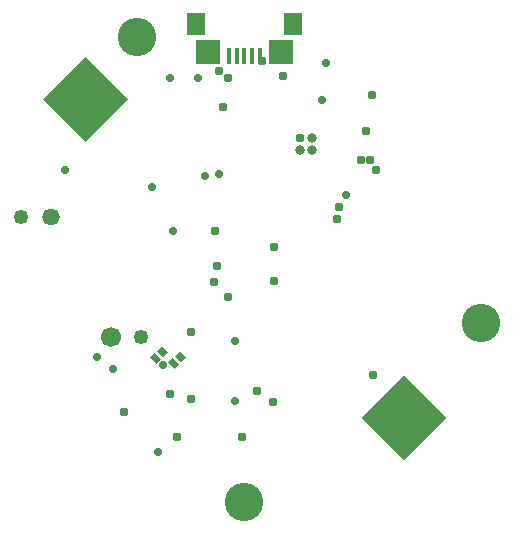
<source format=gbs>
G75*
%MOIN*%
%OFA0B0*%
%FSLAX25Y25*%
%IPPOS*%
%LPD*%
%AMOC8*
5,1,8,0,0,1.08239X$1,22.5*
%
%ADD10C,0.12798*%
%ADD11R,0.08468X0.08074*%
%ADD12R,0.06499X0.07680*%
%ADD13R,0.01775X0.05515*%
%ADD14R,0.20200X0.20200*%
%ADD15R,0.02169X0.02956*%
%ADD16C,0.05543*%
%ADD17C,0.05743*%
%ADD18C,0.06496*%
%ADD19C,0.06696*%
%ADD20C,0.04924*%
%ADD21C,0.03000*%
%ADD22C,0.03200*%
%ADD23C,0.02919*%
%ADD24C,0.03119*%
%ADD25C,0.02900*%
%ADD26C,0.03100*%
%ADD27C,0.02600*%
%ADD28C,0.02800*%
D10*
X0054300Y0163700D03*
X0169000Y0068400D03*
X0090000Y0008800D03*
D11*
X0077795Y0158748D03*
X0102205Y0158748D03*
D12*
X0073858Y0168000D03*
X0106142Y0168000D03*
D13*
X0084882Y0157469D03*
X0087441Y0157469D03*
X0090000Y0157469D03*
X0092559Y0157469D03*
X0095118Y0157469D03*
D14*
G36*
X0143033Y0051250D02*
X0157316Y0036967D01*
X0143033Y0022684D01*
X0128750Y0036967D01*
X0143033Y0051250D01*
G37*
G36*
X0036967Y0157316D02*
X0051250Y0143033D01*
X0036967Y0128750D01*
X0022684Y0143033D01*
X0036967Y0157316D01*
G37*
D15*
G36*
X0060861Y0059250D02*
X0062394Y0060783D01*
X0064483Y0058694D01*
X0062950Y0057161D01*
X0060861Y0059250D01*
G37*
G36*
X0058634Y0057023D02*
X0060167Y0058556D01*
X0062256Y0056467D01*
X0060723Y0054934D01*
X0058634Y0057023D01*
G37*
G36*
X0066815Y0057562D02*
X0068348Y0059095D01*
X0070437Y0057006D01*
X0068904Y0055473D01*
X0066815Y0057562D01*
G37*
G36*
X0064588Y0055335D02*
X0066121Y0056868D01*
X0068210Y0054779D01*
X0066677Y0053246D01*
X0064588Y0055335D01*
G37*
D16*
X0025400Y0103800D03*
D17*
X0025400Y0103800D03*
D18*
X0045400Y0063800D03*
D19*
X0045400Y0063800D03*
D20*
X0015400Y0103800D03*
X0055400Y0063800D03*
D21*
X0112400Y0130200D03*
X0108400Y0126200D03*
X0112400Y0126200D03*
D22*
X0112400Y0130200D03*
X0108400Y0126200D03*
X0112400Y0126200D03*
D23*
X0108400Y0130300D03*
D24*
X0108400Y0130300D03*
D25*
X0067400Y0030600D03*
X0089100Y0030600D03*
X0072300Y0043200D03*
X0050000Y0038900D03*
X0065300Y0044800D03*
X0094100Y0045700D03*
X0099600Y0042300D03*
X0084500Y0077300D03*
X0080700Y0087500D03*
X0100000Y0093900D03*
X0132900Y0051300D03*
X0084400Y0150200D03*
X0103000Y0150800D03*
X0130500Y0132400D03*
X0131900Y0122800D03*
X0133900Y0119500D03*
X0128700Y0122900D03*
X0072300Y0065600D03*
X0083000Y0140500D03*
X0132400Y0144500D03*
X0081600Y0152600D03*
X0095800Y0155900D03*
X0121600Y0107200D03*
X0121000Y0103100D03*
X0080300Y0099000D03*
X0079800Y0082300D03*
X0100000Y0082600D03*
D26*
X0067400Y0030600D03*
X0089100Y0030600D03*
X0072300Y0043200D03*
X0050000Y0038900D03*
X0065300Y0044800D03*
X0094100Y0045700D03*
X0099600Y0042300D03*
X0084500Y0077300D03*
X0080700Y0087500D03*
X0100000Y0093900D03*
X0132900Y0051300D03*
X0084400Y0150200D03*
X0103000Y0150800D03*
X0130500Y0132400D03*
X0131900Y0122800D03*
X0133900Y0119500D03*
X0128700Y0122900D03*
X0072300Y0065600D03*
X0083000Y0140500D03*
X0132400Y0144500D03*
X0081600Y0152600D03*
X0095800Y0155900D03*
X0121600Y0107200D03*
X0121000Y0103100D03*
X0080300Y0099000D03*
X0079800Y0082300D03*
X0100000Y0082600D03*
D27*
X0115900Y0142900D03*
X0117100Y0155100D03*
X0086800Y0062400D03*
X0086800Y0042400D03*
X0074500Y0150200D03*
X0065300Y0150300D03*
X0059300Y0113700D03*
X0076900Y0117500D03*
X0046200Y0053300D03*
X0040700Y0057000D03*
X0030200Y0119400D03*
X0123900Y0111000D03*
X0061100Y0025600D03*
X0062900Y0054500D03*
X0066100Y0099100D03*
X0081500Y0118000D03*
D28*
X0115900Y0142900D03*
X0117100Y0155100D03*
X0086800Y0062400D03*
X0086800Y0042400D03*
X0074500Y0150200D03*
X0065300Y0150300D03*
X0059300Y0113700D03*
X0076900Y0117500D03*
X0046200Y0053300D03*
X0040700Y0057000D03*
X0030200Y0119400D03*
X0123900Y0111000D03*
X0061100Y0025600D03*
X0062900Y0054500D03*
X0066100Y0099100D03*
X0081500Y0118000D03*
M02*

</source>
